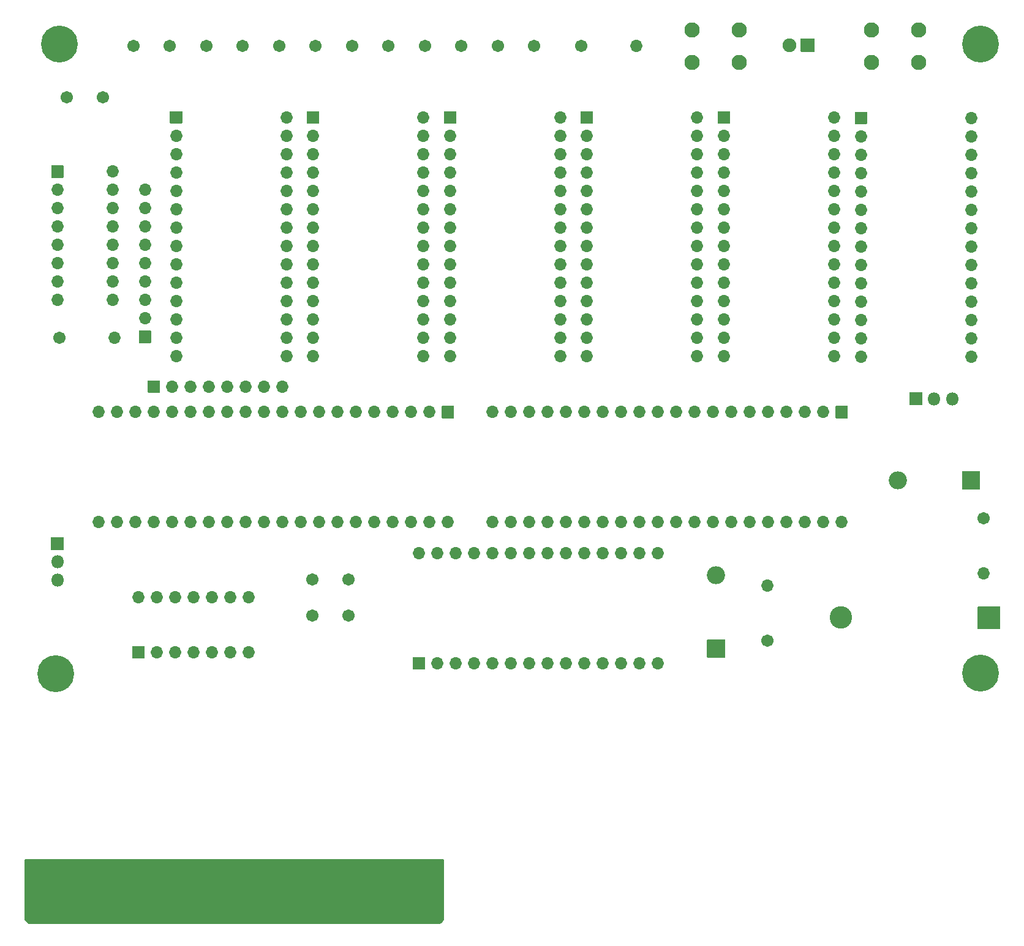
<source format=gbs>
G04 #@! TF.GenerationSoftware,KiCad,Pcbnew,(5.1.9)-1*
G04 #@! TF.CreationDate,2023-02-03T17:28:33+00:00*
G04 #@! TF.ProjectId,C64RAMCart,43363452-414d-4436-9172-742e6b696361,rev?*
G04 #@! TF.SameCoordinates,Original*
G04 #@! TF.FileFunction,Soldermask,Bot*
G04 #@! TF.FilePolarity,Negative*
%FSLAX46Y46*%
G04 Gerber Fmt 4.6, Leading zero omitted, Abs format (unit mm)*
G04 Created by KiCad (PCBNEW (5.1.9)-1) date 2023-02-03 17:28:33*
%MOMM*%
%LPD*%
G01*
G04 APERTURE LIST*
%ADD10C,3.102000*%
%ADD11C,1.702000*%
%ADD12O,1.702000X1.702000*%
%ADD13C,2.102000*%
%ADD14C,5.100000*%
%ADD15O,2.502000X2.502000*%
%ADD16O,1.802000X1.802000*%
%ADD17C,1.902000*%
%ADD18C,0.254000*%
%ADD19C,0.100000*%
G04 APERTURE END LIST*
G36*
G01*
X214930000Y-117970000D02*
X214930000Y-120970000D01*
G75*
G02*
X214879000Y-121021000I-51000J0D01*
G01*
X211879000Y-121021000D01*
G75*
G02*
X211828000Y-120970000I0J51000D01*
G01*
X211828000Y-117970000D01*
G75*
G02*
X211879000Y-117919000I51000J0D01*
G01*
X214879000Y-117919000D01*
G75*
G02*
X214930000Y-117970000I0J-51000D01*
G01*
G37*
D10*
X192889000Y-119470000D03*
D11*
X157029000Y-40370000D03*
D12*
X164649000Y-40370000D03*
D11*
X145504000Y-40370000D03*
X150504000Y-40370000D03*
X135424000Y-40370000D03*
X140424000Y-40370000D03*
X125344000Y-40370000D03*
X130344000Y-40370000D03*
X115264000Y-40370000D03*
X120264000Y-40370000D03*
X105184000Y-40370000D03*
X110184000Y-40370000D03*
X100104000Y-40370000D03*
X95104000Y-40370000D03*
D13*
X197204000Y-42620000D03*
X197204000Y-38120000D03*
X203704000Y-42620000D03*
X203704000Y-38120000D03*
D14*
X212250000Y-40111000D03*
X84409000Y-127255000D03*
X212250000Y-127095000D03*
X84889000Y-40111000D03*
D11*
X85879000Y-47420000D03*
X90879000Y-47420000D03*
X119819000Y-114215000D03*
X124819000Y-114215000D03*
D15*
X200769000Y-100470000D03*
G36*
G01*
X212180000Y-99270000D02*
X212180000Y-101670000D01*
G75*
G02*
X212129000Y-101721000I-51000J0D01*
G01*
X209729000Y-101721000D01*
G75*
G02*
X209678000Y-101670000I0J51000D01*
G01*
X209678000Y-99270000D01*
G75*
G02*
X209729000Y-99219000I51000J0D01*
G01*
X212129000Y-99219000D01*
G75*
G02*
X212180000Y-99270000I0J-51000D01*
G01*
G37*
G36*
G01*
X176879000Y-124996000D02*
X174479000Y-124996000D01*
G75*
G02*
X174428000Y-124945000I0J51000D01*
G01*
X174428000Y-122545000D01*
G75*
G02*
X174479000Y-122494000I51000J0D01*
G01*
X176879000Y-122494000D01*
G75*
G02*
X176930000Y-122545000I0J-51000D01*
G01*
X176930000Y-124945000D01*
G75*
G02*
X176879000Y-124996000I-51000J0D01*
G01*
G37*
X175679000Y-113585000D03*
D11*
X182754000Y-122645000D03*
D12*
X182754000Y-115025000D03*
G36*
G01*
X204124000Y-90071000D02*
X202424000Y-90071000D01*
G75*
G02*
X202373000Y-90020000I0J51000D01*
G01*
X202373000Y-88320000D01*
G75*
G02*
X202424000Y-88269000I51000J0D01*
G01*
X204124000Y-88269000D01*
G75*
G02*
X204175000Y-88320000I0J-51000D01*
G01*
X204175000Y-90020000D01*
G75*
G02*
X204124000Y-90071000I-51000J0D01*
G01*
G37*
D16*
X205814000Y-89170000D03*
X208354000Y-89170000D03*
G36*
G01*
X96619000Y-125136000D02*
X95019000Y-125136000D01*
G75*
G02*
X94968000Y-125085000I0J51000D01*
G01*
X94968000Y-123485000D01*
G75*
G02*
X95019000Y-123434000I51000J0D01*
G01*
X96619000Y-123434000D01*
G75*
G02*
X96670000Y-123485000I0J-51000D01*
G01*
X96670000Y-125085000D01*
G75*
G02*
X96619000Y-125136000I-51000J0D01*
G01*
G37*
D12*
X111059000Y-116665000D03*
X98359000Y-124285000D03*
X108519000Y-116665000D03*
X100899000Y-124285000D03*
X105979000Y-116665000D03*
X103439000Y-124285000D03*
X103439000Y-116665000D03*
X105979000Y-124285000D03*
X100899000Y-116665000D03*
X108519000Y-124285000D03*
X98359000Y-116665000D03*
X111059000Y-124285000D03*
X95819000Y-116665000D03*
D11*
X119819000Y-119195000D03*
X124819000Y-119195000D03*
D12*
X212679000Y-113340000D03*
D11*
X212679000Y-105720000D03*
X84879000Y-80720000D03*
D12*
X92499000Y-80720000D03*
G36*
G01*
X97539000Y-81456000D02*
X95939000Y-81456000D01*
G75*
G02*
X95888000Y-81405000I0J51000D01*
G01*
X95888000Y-79805000D01*
G75*
G02*
X95939000Y-79754000I51000J0D01*
G01*
X97539000Y-79754000D01*
G75*
G02*
X97590000Y-79805000I0J-51000D01*
G01*
X97590000Y-81405000D01*
G75*
G02*
X97539000Y-81456000I-51000J0D01*
G01*
G37*
X96739000Y-78065000D03*
X96739000Y-75525000D03*
X96739000Y-72985000D03*
X96739000Y-70445000D03*
X96739000Y-67905000D03*
X96739000Y-65365000D03*
X96739000Y-62825000D03*
X96739000Y-60285000D03*
G36*
G01*
X97098999Y-88275000D02*
X97098999Y-86675000D01*
G75*
G02*
X97149999Y-86624000I51000J0D01*
G01*
X98749999Y-86624000D01*
G75*
G02*
X98800999Y-86675000I0J-51000D01*
G01*
X98800999Y-88275000D01*
G75*
G02*
X98749999Y-88326000I-51000J0D01*
G01*
X97149999Y-88326000D01*
G75*
G02*
X97098999Y-88275000I0J51000D01*
G01*
G37*
X100489999Y-87475000D03*
X103029999Y-87475000D03*
X105569999Y-87475000D03*
X108109999Y-87475000D03*
X110649999Y-87475000D03*
X113189999Y-87475000D03*
X115729999Y-87475000D03*
D16*
X84619000Y-114305000D03*
X84619000Y-111765000D03*
G36*
G01*
X83718000Y-110075000D02*
X83718000Y-108375000D01*
G75*
G02*
X83769000Y-108324000I51000J0D01*
G01*
X85469000Y-108324000D01*
G75*
G02*
X85520000Y-108375000I0J-51000D01*
G01*
X85520000Y-110075000D01*
G75*
G02*
X85469000Y-110126000I-51000J0D01*
G01*
X83769000Y-110126000D01*
G75*
G02*
X83718000Y-110075000I0J51000D01*
G01*
G37*
G36*
G01*
X83778000Y-58545000D02*
X83778000Y-56945000D01*
G75*
G02*
X83829000Y-56894000I51000J0D01*
G01*
X85429000Y-56894000D01*
G75*
G02*
X85480000Y-56945000I0J-51000D01*
G01*
X85480000Y-58545000D01*
G75*
G02*
X85429000Y-58596000I-51000J0D01*
G01*
X83829000Y-58596000D01*
G75*
G02*
X83778000Y-58545000I0J51000D01*
G01*
G37*
D12*
X92249000Y-75525000D03*
X84629000Y-60285000D03*
X92249000Y-72985000D03*
X84629000Y-62825000D03*
X92249000Y-70445000D03*
X84629000Y-65365000D03*
X92249000Y-67905000D03*
X84629000Y-67905000D03*
X92249000Y-65365000D03*
X84629000Y-70445000D03*
X92249000Y-62825000D03*
X84629000Y-72985000D03*
X92249000Y-60285000D03*
X84629000Y-75525000D03*
X92249000Y-57745000D03*
G36*
G01*
X135409000Y-126636000D02*
X133809000Y-126636000D01*
G75*
G02*
X133758000Y-126585000I0J51000D01*
G01*
X133758000Y-124985000D01*
G75*
G02*
X133809000Y-124934000I51000J0D01*
G01*
X135409000Y-124934000D01*
G75*
G02*
X135460000Y-124985000I0J-51000D01*
G01*
X135460000Y-126585000D01*
G75*
G02*
X135409000Y-126636000I-51000J0D01*
G01*
G37*
X167629000Y-110545000D03*
X137149000Y-125785000D03*
X165089000Y-110545000D03*
X139689000Y-125785000D03*
X162549000Y-110545000D03*
X142229000Y-125785000D03*
X160009000Y-110545000D03*
X144769000Y-125785000D03*
X157469000Y-110545000D03*
X147309000Y-125785000D03*
X154929000Y-110545000D03*
X149849000Y-125785000D03*
X152389000Y-110545000D03*
X152389000Y-125785000D03*
X149849000Y-110545000D03*
X154929000Y-125785000D03*
X147309000Y-110545000D03*
X157469000Y-125785000D03*
X144769000Y-110545000D03*
X160009000Y-125785000D03*
X142229000Y-110545000D03*
X162549000Y-125785000D03*
X139689000Y-110545000D03*
X165089000Y-125785000D03*
X137149000Y-110545000D03*
X167629000Y-125785000D03*
X134609000Y-110545000D03*
G36*
G01*
X137789999Y-90169000D02*
X139389999Y-90169000D01*
G75*
G02*
X139440999Y-90220000I0J-51000D01*
G01*
X139440999Y-91820000D01*
G75*
G02*
X139389999Y-91871000I-51000J0D01*
G01*
X137789999Y-91871000D01*
G75*
G02*
X137738999Y-91820000I0J51000D01*
G01*
X137738999Y-90220000D01*
G75*
G02*
X137789999Y-90169000I51000J0D01*
G01*
G37*
X90329999Y-106260000D03*
X136049999Y-91020000D03*
X92869999Y-106260000D03*
X133509999Y-91020000D03*
X95409999Y-106260000D03*
X130969999Y-91020000D03*
X97949999Y-106260000D03*
X128429999Y-91020000D03*
X100489999Y-106260000D03*
X125889999Y-91020000D03*
X103029999Y-106260000D03*
X123349999Y-91020000D03*
X105569999Y-106260000D03*
X120809999Y-91020000D03*
X108109999Y-106260000D03*
X118269999Y-91020000D03*
X110649999Y-106260000D03*
X115729999Y-91020000D03*
X113189999Y-106260000D03*
X113189999Y-91020000D03*
X115729999Y-106260000D03*
X110649999Y-91020000D03*
X118269999Y-106260000D03*
X108109999Y-91020000D03*
X120809999Y-106260000D03*
X105569999Y-91020000D03*
X123349999Y-106260000D03*
X103029999Y-91020000D03*
X125889999Y-106260000D03*
X100489999Y-91020000D03*
X128429999Y-106260000D03*
X97949999Y-91020000D03*
X130969999Y-106260000D03*
X95409999Y-91020000D03*
X133509999Y-106260000D03*
X92869999Y-91020000D03*
X136049999Y-106260000D03*
X90329999Y-91020000D03*
X138589999Y-106260000D03*
X193029000Y-106260000D03*
X144769000Y-91020000D03*
X190489000Y-106260000D03*
X147309000Y-91020000D03*
X187949000Y-106260000D03*
X149849000Y-91020000D03*
X185409000Y-106260000D03*
X152389000Y-91020000D03*
X182869000Y-106260000D03*
X154929000Y-91020000D03*
X180329000Y-106260000D03*
X157469000Y-91020000D03*
X177789000Y-106260000D03*
X160009000Y-91020000D03*
X175249000Y-106260000D03*
X162549000Y-91020000D03*
X172709000Y-106260000D03*
X165089000Y-91020000D03*
X170169000Y-106260000D03*
X167629000Y-91020000D03*
X167629000Y-106260000D03*
X170169000Y-91020000D03*
X165089000Y-106260000D03*
X172709000Y-91020000D03*
X162549000Y-106260000D03*
X175249000Y-91020000D03*
X160009000Y-106260000D03*
X177789000Y-91020000D03*
X157469000Y-106260000D03*
X180329000Y-91020000D03*
X154929000Y-106260000D03*
X182869000Y-91020000D03*
X152389000Y-106260000D03*
X185409000Y-91020000D03*
X149849000Y-106260000D03*
X187949000Y-91020000D03*
X147309000Y-106260000D03*
X190489000Y-91020000D03*
X144769000Y-106260000D03*
G36*
G01*
X192229000Y-90169000D02*
X193829000Y-90169000D01*
G75*
G02*
X193880000Y-90220000I0J-51000D01*
G01*
X193880000Y-91820000D01*
G75*
G02*
X193829000Y-91871000I-51000J0D01*
G01*
X192229000Y-91871000D01*
G75*
G02*
X192178000Y-91820000I0J51000D01*
G01*
X192178000Y-90220000D01*
G75*
G02*
X192229000Y-90169000I51000J0D01*
G01*
G37*
G36*
G01*
X100173001Y-51050001D02*
X100173001Y-49450001D01*
G75*
G02*
X100224001Y-49399001I51000J0D01*
G01*
X101824001Y-49399001D01*
G75*
G02*
X101875001Y-49450001I0J-51000D01*
G01*
X101875001Y-51050001D01*
G75*
G02*
X101824001Y-51101001I-51000J0D01*
G01*
X100224001Y-51101001D01*
G75*
G02*
X100173001Y-51050001I0J51000D01*
G01*
G37*
X116264001Y-83270001D03*
X101024001Y-52790001D03*
X116264001Y-80730001D03*
X101024001Y-55330001D03*
X116264001Y-78190001D03*
X101024001Y-57870001D03*
X116264001Y-75650001D03*
X101024001Y-60410001D03*
X116264001Y-73110001D03*
X101024001Y-62950001D03*
X116264001Y-70570001D03*
X101024001Y-65490001D03*
X116264001Y-68030001D03*
X101024001Y-68030001D03*
X116264001Y-65490001D03*
X101024001Y-70570001D03*
X116264001Y-62950001D03*
X101024001Y-73110001D03*
X116264001Y-60410001D03*
X101024001Y-75650001D03*
X116264001Y-57870001D03*
X101024001Y-78190001D03*
X116264001Y-55330001D03*
X101024001Y-80730001D03*
X116264001Y-52790001D03*
X101024001Y-83270001D03*
X116264001Y-50250001D03*
X135197000Y-50250001D03*
X119957000Y-83270001D03*
X135197000Y-52790001D03*
X119957000Y-80730001D03*
X135197000Y-55330001D03*
X119957000Y-78190001D03*
X135197000Y-57870001D03*
X119957000Y-75650001D03*
X135197000Y-60410001D03*
X119957000Y-73110001D03*
X135197000Y-62950001D03*
X119957000Y-70570001D03*
X135197000Y-65490001D03*
X119957000Y-68030001D03*
X135197000Y-68030001D03*
X119957000Y-65490001D03*
X135197000Y-70570001D03*
X119957000Y-62950001D03*
X135197000Y-73110001D03*
X119957000Y-60410001D03*
X135197000Y-75650001D03*
X119957000Y-57870001D03*
X135197000Y-78190001D03*
X119957000Y-55330001D03*
X135197000Y-80730001D03*
X119957000Y-52790001D03*
X135197000Y-83270001D03*
G36*
G01*
X119106000Y-51050001D02*
X119106000Y-49450001D01*
G75*
G02*
X119157000Y-49399001I51000J0D01*
G01*
X120757000Y-49399001D01*
G75*
G02*
X120808000Y-49450001I0J-51000D01*
G01*
X120808000Y-51050001D01*
G75*
G02*
X120757000Y-51101001I-51000J0D01*
G01*
X119157000Y-51101001D01*
G75*
G02*
X119106000Y-51050001I0J51000D01*
G01*
G37*
G36*
G01*
X138038999Y-51050001D02*
X138038999Y-49450001D01*
G75*
G02*
X138089999Y-49399001I51000J0D01*
G01*
X139689999Y-49399001D01*
G75*
G02*
X139740999Y-49450001I0J-51000D01*
G01*
X139740999Y-51050001D01*
G75*
G02*
X139689999Y-51101001I-51000J0D01*
G01*
X138089999Y-51101001D01*
G75*
G02*
X138038999Y-51050001I0J51000D01*
G01*
G37*
X154129999Y-83270001D03*
X138889999Y-52790001D03*
X154129999Y-80730001D03*
X138889999Y-55330001D03*
X154129999Y-78190001D03*
X138889999Y-57870001D03*
X154129999Y-75650001D03*
X138889999Y-60410001D03*
X154129999Y-73110001D03*
X138889999Y-62950001D03*
X154129999Y-70570001D03*
X138889999Y-65490001D03*
X154129999Y-68030001D03*
X138889999Y-68030001D03*
X154129999Y-65490001D03*
X138889999Y-70570001D03*
X154129999Y-62950001D03*
X138889999Y-73110001D03*
X154129999Y-60410001D03*
X138889999Y-75650001D03*
X154129999Y-57870001D03*
X138889999Y-78190001D03*
X154129999Y-55330001D03*
X138889999Y-80730001D03*
X154129999Y-52790001D03*
X138889999Y-83270001D03*
X154129999Y-50250001D03*
X173062998Y-50250001D03*
X157822998Y-83270001D03*
X173062998Y-52790001D03*
X157822998Y-80730001D03*
X173062998Y-55330001D03*
X157822998Y-78190001D03*
X173062998Y-57870001D03*
X157822998Y-75650001D03*
X173062998Y-60410001D03*
X157822998Y-73110001D03*
X173062998Y-62950001D03*
X157822998Y-70570001D03*
X173062998Y-65490001D03*
X157822998Y-68030001D03*
X173062998Y-68030001D03*
X157822998Y-65490001D03*
X173062998Y-70570001D03*
X157822998Y-62950001D03*
X173062998Y-73110001D03*
X157822998Y-60410001D03*
X173062998Y-75650001D03*
X157822998Y-57870001D03*
X173062998Y-78190001D03*
X157822998Y-55330001D03*
X173062998Y-80730001D03*
X157822998Y-52790001D03*
X173062998Y-83270001D03*
G36*
G01*
X156971998Y-51050001D02*
X156971998Y-49450001D01*
G75*
G02*
X157022998Y-49399001I51000J0D01*
G01*
X158622998Y-49399001D01*
G75*
G02*
X158673998Y-49450001I0J-51000D01*
G01*
X158673998Y-51050001D01*
G75*
G02*
X158622998Y-51101001I-51000J0D01*
G01*
X157022998Y-51101001D01*
G75*
G02*
X156971998Y-51050001I0J51000D01*
G01*
G37*
G36*
G01*
X175904997Y-51050001D02*
X175904997Y-49450001D01*
G75*
G02*
X175955997Y-49399001I51000J0D01*
G01*
X177555997Y-49399001D01*
G75*
G02*
X177606997Y-49450001I0J-51000D01*
G01*
X177606997Y-51050001D01*
G75*
G02*
X177555997Y-51101001I-51000J0D01*
G01*
X175955997Y-51101001D01*
G75*
G02*
X175904997Y-51050001I0J51000D01*
G01*
G37*
X191995997Y-83270001D03*
X176755997Y-52790001D03*
X191995997Y-80730001D03*
X176755997Y-55330001D03*
X191995997Y-78190001D03*
X176755997Y-57870001D03*
X191995997Y-75650001D03*
X176755997Y-60410001D03*
X191995997Y-73110001D03*
X176755997Y-62950001D03*
X191995997Y-70570001D03*
X176755997Y-65490001D03*
X191995997Y-68030001D03*
X176755997Y-68030001D03*
X191995997Y-65490001D03*
X176755997Y-70570001D03*
X191995997Y-62950001D03*
X176755997Y-73110001D03*
X191995997Y-60410001D03*
X176755997Y-75650001D03*
X191995997Y-57870001D03*
X176755997Y-78190001D03*
X191995997Y-55330001D03*
X176755997Y-80730001D03*
X191995997Y-52790001D03*
X176755997Y-83270001D03*
X191995997Y-50250001D03*
X210929000Y-50315000D03*
X195689000Y-83335000D03*
X210929000Y-52855000D03*
X195689000Y-80795000D03*
X210929000Y-55395000D03*
X195689000Y-78255000D03*
X210929000Y-57935000D03*
X195689000Y-75715000D03*
X210929000Y-60475000D03*
X195689000Y-73175000D03*
X210929000Y-63015000D03*
X195689000Y-70635000D03*
X210929000Y-65555000D03*
X195689000Y-68095000D03*
X210929000Y-68095000D03*
X195689000Y-65555000D03*
X210929000Y-70635000D03*
X195689000Y-63015000D03*
X210929000Y-73175000D03*
X195689000Y-60475000D03*
X210929000Y-75715000D03*
X195689000Y-57935000D03*
X210929000Y-78255000D03*
X195689000Y-55395000D03*
X210929000Y-80795000D03*
X195689000Y-52855000D03*
X210929000Y-83335000D03*
G36*
G01*
X194838000Y-51115000D02*
X194838000Y-49515000D01*
G75*
G02*
X194889000Y-49464000I51000J0D01*
G01*
X196489000Y-49464000D01*
G75*
G02*
X196540000Y-49515000I0J-51000D01*
G01*
X196540000Y-51115000D01*
G75*
G02*
X196489000Y-51166000I-51000J0D01*
G01*
X194889000Y-51166000D01*
G75*
G02*
X194838000Y-51115000I0J51000D01*
G01*
G37*
G36*
G01*
X189280000Y-39345000D02*
X189280000Y-41145000D01*
G75*
G02*
X189229000Y-41196000I-51000J0D01*
G01*
X187429000Y-41196000D01*
G75*
G02*
X187378000Y-41145000I0J51000D01*
G01*
X187378000Y-39345000D01*
G75*
G02*
X187429000Y-39294000I51000J0D01*
G01*
X189229000Y-39294000D01*
G75*
G02*
X189280000Y-39345000I0J-51000D01*
G01*
G37*
D17*
X185789000Y-40245000D03*
D13*
X172354000Y-42620000D03*
X172354000Y-38120000D03*
X178854000Y-42620000D03*
X178854000Y-38120000D03*
D18*
X137889400Y-161168197D02*
X137819773Y-161298459D01*
X137693420Y-161452420D01*
X137539459Y-161578773D01*
X137409197Y-161648400D01*
X80660803Y-161648400D01*
X80530541Y-161578773D01*
X80376580Y-161452420D01*
X80250227Y-161298459D01*
X80180600Y-161168197D01*
X80180600Y-152987000D01*
X137889400Y-152987000D01*
X137889400Y-161168197D01*
D19*
G36*
X137889400Y-161168197D02*
G01*
X137819773Y-161298459D01*
X137693420Y-161452420D01*
X137539459Y-161578773D01*
X137409197Y-161648400D01*
X80660803Y-161648400D01*
X80530541Y-161578773D01*
X80376580Y-161452420D01*
X80250227Y-161298459D01*
X80180600Y-161168197D01*
X80180600Y-152987000D01*
X137889400Y-152987000D01*
X137889400Y-161168197D01*
G37*
M02*

</source>
